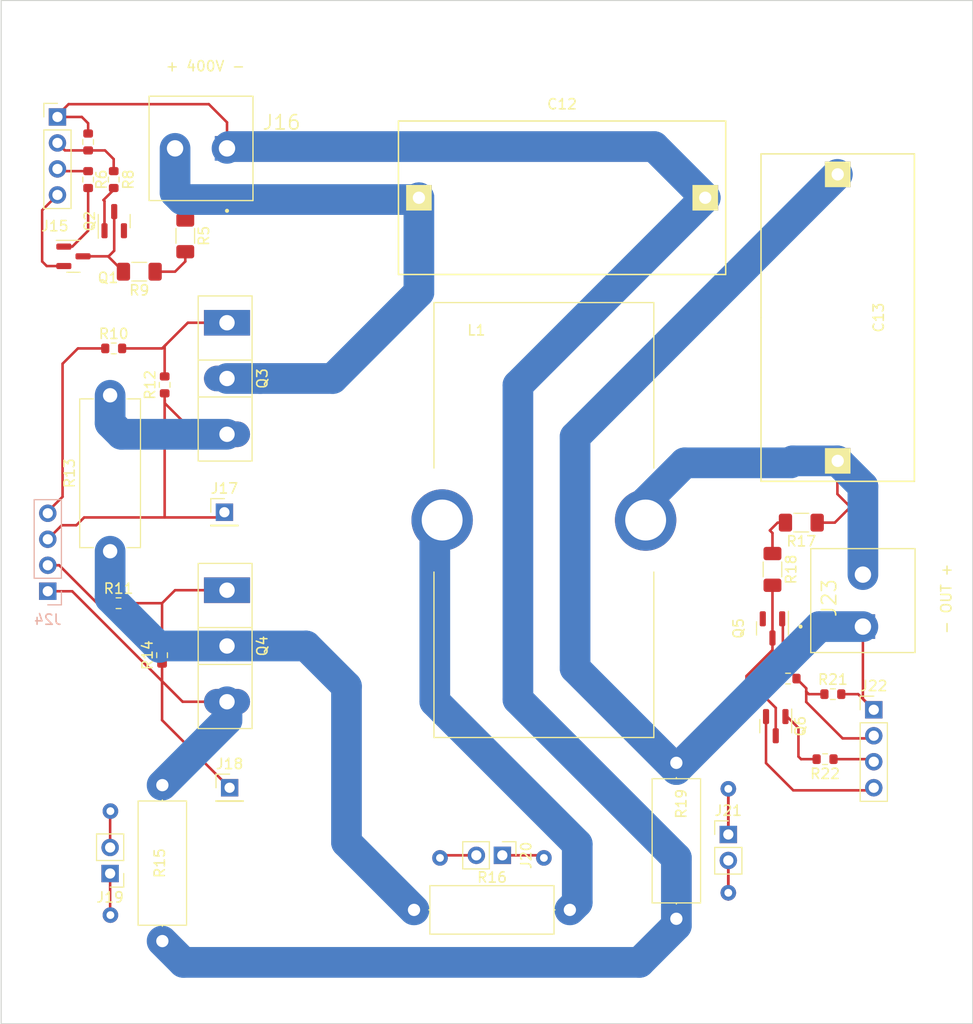
<source format=kicad_pcb>
(kicad_pcb (version 20221018) (generator pcbnew)
  (layers (0 "F.Cu" signal) (31 "B.Cu" signal) (34 "B.Paste" user) (35 "F.Paste" user) (36 "B.SilkS" user "B.Silkscreen") (37 "F.SilkS" user "F.Silkscreen") (38 "B.Mask" user) (39 "F.Mask" user) (44 "Edge.Cuts" user))
  (net 0 "")
  (net 1 "Out")
  (net 2 "Out_G")
  (net 3 "V400_IN")
  (net 4 "GND_P")
  (net 5 "Net-(L1-Pad1)")
  (net 6 "Net-(Q5-E)")
  (net 7 "Net-(Q5-B)")
  (net 8 "Net-(Q6-E)")
  (net 9 "Net-(J18-Pin_1)")
  (net 10 "Net-(J17-Pin_1)")
  (net 11 "Net-(J19-Pin_1)")
  (net 12 "Net-(J19-Pin_2)")
  (net 13 "Net-(J15-Pin_2)")
  (net 14 "Net-(J15-Pin_3)")
  (net 15 "Net-(J15-Pin_4)")
  (net 16 "Net-(J20-Pin_1)")
  (net 17 "Net-(J20-Pin_2)")
  (net 18 "Net-(J21-Pin_1)")
  (net 19 "Net-(J21-Pin_2)")
  (net 20 "Net-(J22-Pin_4)")
  (net 21 "Net-(J22-Pin_3)")
  (net 22 "Net-(J22-Pin_2)")
  (net 23 "Net-(J24-Pin_4)")
  (net 24 "Net-(J24-Pin_2)")
  (net 25 "Net-(Q1-E)")
  (net 26 "Net-(Q1-B)")
  (net 27 "Net-(Q2-E)")
  (net 29 "Net-(Q3-G)")
  (net 30 "Net-(Q4-G)")
  (net 31 "Net-(Q4-D)")
  (net 33 "Net-(R5-Pad2)")
  (net 34 "Net-(R17-Pad2)")
  (footprint "Resistor_SMD:R_1206_3216Metric_Pad1.30x1.75mm_HandSolder" (layer "F.Cu") (at 198 58 -90)
    (fp_text reference "R5" (at 0 -1.82 -270) (layer "F.SilkS"))
    (fp_text value "2.2M")
    (fp_line (start -0.727064 -0.91) (end 0.727064 -0.91) (stroke (width 0.12)) (layer "F.SilkS"))
    (fp_line (start -0.727064 0.91) (end 0.727064 0.91) (stroke (width 0.12)) (layer "F.SilkS"))
    (pad "1" smd roundrect (at -1.55 0 270) (size 1.3 1.75) (layers "F.Cu" "F.Paste" "F.Mask") (roundrect_rratio 0.1923076923) (net 3 "V400_IN"))
    (pad "2" smd roundrect (at 1.55 0 270) (size 1.3 1.75) (layers "F.Cu" "F.Paste" "F.Mask") (roundrect_rratio 0.1923076923) (net 33 "Net-(R5-Pad2)"))
  )
  (footprint "Connector_PinHeader_2.54mm:PinHeader_1x01_P2.54mm_Vertical" (layer "F.Cu") (at 202.334 111.934)
    (fp_text reference "J18" (at 0 -2.33) (layer "F.SilkS"))
    (fp_text value "Conn_01x01_Pin" hide)
    (fp_line (start -1.33 -1.33) (end 0 -1.33) (stroke (width 0.12)) (layer "F.SilkS"))
    (fp_line (start -1.33 0) (end -1.33 -1.33) (stroke (width 0.12)) (layer "F.SilkS"))
    (fp_line (start -1.33 1.27) (end -1.33 1.33) (stroke (width 0.12)) (layer "F.SilkS"))
    (fp_line (start -1.33 1.27) (end 1.33 1.27) (stroke (width 0.12)) (layer "F.SilkS"))
    (fp_line (start -1.33 1.33) (end 1.33 1.33) (stroke (width 0.12)) (layer "F.SilkS"))
    (fp_line (start 1.33 1.27) (end 1.33 1.33) (stroke (width 0.12)) (layer "F.SilkS"))
    (pad "1" thru_hole rect (at 0 0) (size 1.7 1.7) (drill 1) (layers "*.Cu" "*.Mask") (net 9 "Net-(J18-Pin_1)"))
  )
  (footprint "inverter:R_Shunt_Axial_DIN0414_L11.9mm_D4.5mm_P15.24mm_Horizontal" (layer "F.Cu") (at 195.7585 126.92 90)
    (fp_text reference "R15" (at 7.62 -0.2585 90) (layer "F.SilkS"))
    (fp_text value "0.01")
    (fp_line (start 1.44 0) (end 1.55 0) (stroke (width 0.12)) (layer "F.SilkS"))
    (fp_line (start 1.55 -2.37) (end 1.55 2.37) (stroke (width 0.12)) (layer "F.SilkS"))
    (fp_line (start 1.55 2.37) (end 13.69 2.37) (stroke (width 0.12)) (layer "F.SilkS"))
    (fp_line (start 13.69 -2.37) (end 1.55 -2.37) (stroke (width 0.12)) (layer "F.SilkS"))
    (fp_line (start 13.69 2.37) (end 13.69 -2.37) (stroke (width 0.12)) (layer "F.SilkS"))
    (fp_line (start 13.8 0) (end 13.69 0) (stroke (width 0.12)) (layer "F.SilkS"))
    (pad "1" thru_hole circle (at 0 0 90) (size 2.4 2.4) (drill 1.2) (layers "*.Cu" "*.Mask") (net 4 "GND_P"))
    (pad "2" thru_hole circle (at 2.54 -5.08 90) (size 1.524 1.524) (drill 0.762) (layers "*.Cu" "*.Mask") (net 11 "Net-(J19-Pin_1)"))
    (pad "3" thru_hole circle (at 12.7 -5.08 90) (size 1.524 1.524) (drill 0.762) (layers "*.Cu" "*.Mask") (net 12 "Net-(J19-Pin_2)"))
    (pad "4" thru_hole oval (at 15.24 0 90) (size 2.4 2.4) (drill 1.2) (layers "*.Cu" "*.Mask") (net 9 "Net-(J18-Pin_1)"))
  )
  (footprint "Resistor_SMD:R_0603_1608Metric" (layer "F.Cu") (at 256.944 101.266 180)
    (fp_text reference "R20" hide)
    (fp_text value "22K")
    (fp_line (start -0.237258 -0.5225) (end 0.237258 -0.5225) (stroke (width 0.12)) (layer "F.SilkS"))
    (fp_line (start -0.237258 0.5225) (end 0.237258 0.5225) (stroke (width 0.12)) (layer "F.SilkS"))
    (pad "1" smd roundrect (at -0.825 0 180) (size 0.8 0.95) (layers "F.Cu" "F.Paste" "F.Mask") (net 22 "Net-(J22-Pin_2)"))
    (pad "2" smd roundrect (at 0.825 0 180) (size 0.8 0.95) (layers "F.Cu" "F.Paste" "F.Mask") (net 6 "Net-(Q5-E)"))
  )
  (footprint "Package_TO_SOT_THT:TO-247-3_Vertical" (layer "F.Cu") (at 202.08 66.49 -90)
    (fp_text reference "Q3" (at 5.45 -3.45 -90) (layer "F.SilkS"))
    (fp_text value "C3M0120090D")
    (fp_line (start -2.62 -2.451) (end -2.62 2.82) (stroke (width 0.12)) (layer "F.SilkS"))
    (fp_line (start -2.62 -2.451) (end 13.52 -2.451) (stroke (width 0.12)) (layer "F.SilkS"))
    (fp_line (start -2.62 2.82) (end 13.52 2.82) (stroke (width 0.12)) (layer "F.SilkS"))
    (fp_line (start 3.646 -2.451) (end 3.646 2.82) (stroke (width 0.12)) (layer "F.SilkS"))
    (fp_line (start 7.255 -2.451) (end 7.255 2.82) (stroke (width 0.12)) (layer "F.SilkS"))
    (fp_line (start 13.52 -2.451) (end 13.52 2.82) (stroke (width 0.12)) (layer "F.SilkS"))
    (pad "1" thru_hole rect (at 0 0 270) (size 2.5 4.5) (drill 1.5) (layers "*.Cu" "*.Mask") (net 29 "Net-(Q3-G)"))
    (pad "2" thru_hole oval (at 5.45 0 270) (size 2.5 4.5) (drill 1.5) (layers "*.Cu" "*.Mask") (net 3 "V400_IN"))
    (pad "3" thru_hole oval (at 10.9 0 270) (size 2.5 4.5) (drill 1.5) (layers "*.Cu" "*.Mask") (net 10 "Net-(J17-Pin_1)"))
  )
  (footprint "Resistor_SMD:R_1206_3216Metric_Pad1.30x1.75mm_HandSolder" (layer "F.Cu") (at 193.5 61.5 180)
    (fp_text reference "R9" (at 0 -1.82) (layer "F.SilkS"))
    (fp_text value "2.2M")
    (fp_line (start -0.727064 -0.91) (end 0.727064 -0.91) (stroke (width 0.12)) (layer "F.SilkS"))
    (fp_line (start -0.727064 0.91) (end 0.727064 0.91) (stroke (width 0.12)) (layer "F.SilkS"))
    (pad "1" smd roundrect (at -1.55 0 180) (size 1.3 1.75) (layers "F.Cu" "F.Paste" "F.Mask") (roundrect_rratio 0.1923076923) (net 33 "Net-(R5-Pad2)"))
    (pad "2" smd roundrect (at 1.55 0 180) (size 1.3 1.75) (layers "F.Cu" "F.Paste" "F.Mask") (roundrect_rratio 0.1923076923) (net 26 "Net-(Q1-B)"))
  )
  (footprint "inverter:C_Rect_W15_L32_P27.5" (layer "F.Cu") (at 261.8 65.99 90)
    (fp_text reference "C13" (at 0 4 90) (layer "F.SilkS"))
    (fp_text value "2.2uF")
    (fp_line (start -16 -7.5) (end 0 -7.5) (stroke (width 0.15)) (layer "F.SilkS"))
    (fp_line (start -16 7.5) (end -16 -7.5) (stroke (width 0.15)) (layer "F.SilkS"))
    (fp_line (start 0 -7.5) (end 16 -7.5) (stroke (width 0.15)) (layer "F.SilkS"))
    (fp_line (start 16 -7.5) (end 16 7.5) (stroke (width 0.15)) (layer "F.SilkS"))
    (fp_line (start 16 7.5) (end -16 7.5) (stroke (width 0.15)) (layer "F.SilkS"))
    (pad "1" thru_hole rect (at -14 0 90) (size 2.5 2.5) (drill 1.2) (layers "*.Cu" "*.Mask" "F.SilkS") (net 1 "Out"))
    (pad "2" thru_hole rect (at 14 0 90) (size 2.5 2.5) (drill 1.2) (layers "*.Cu" "*.Mask" "F.SilkS") (net 2 "Out_G"))
  )
  (footprint "Package_TO_SOT_THT:TO-247-3_Vertical" (layer "F.Cu") (at 202.08 92.63 -90)
    (fp_text reference "Q4" (at 5.45 -3.45 -90) (layer "F.SilkS"))
    (fp_text value "C3M0120090D")
    (fp_line (start -2.62 -2.451) (end -2.62 2.82) (stroke (width 0.12)) (layer "F.SilkS"))
    (fp_line (start -2.62 -2.451) (end 13.52 -2.451) (stroke (width 0.12)) (layer "F.SilkS"))
    (fp_line (start -2.62 2.82) (end 13.52 2.82) (stroke (width 0.12)) (layer "F.SilkS"))
    (fp_line (start 3.646 -2.451) (end 3.646 2.82) (stroke (width 0.12)) (layer "F.SilkS"))
    (fp_line (start 7.255 -2.451) (end 7.255 2.82) (stroke (width 0.12)) (layer "F.SilkS"))
    (fp_line (start 13.52 -2.451) (end 13.52 2.82) (stroke (width 0.12)) (layer "F.SilkS"))
    (pad "1" thru_hole rect (at 0 0 270) (size 2.5 4.5) (drill 1.5) (layers "*.Cu" "*.Mask") (net 30 "Net-(Q4-G)"))
    (pad "2" thru_hole oval (at 5.45 0 270) (size 2.5 4.5) (drill 1.5) (layers "*.Cu" "*.Mask") (net 31 "Net-(Q4-D)"))
    (pad "3" thru_hole oval (at 10.9 0 270) (size 2.5 4.5) (drill 1.5) (layers "*.Cu" "*.Mask") (net 9 "Net-(J18-Pin_1)"))
  )
  (footprint "Package_TO_SOT_SMD:SOT-23" (layer "F.Cu") (at 255.74 105.9165 -90)
    (fp_text reference "Q6" (at 0 -2.4 90) (layer "F.SilkS"))
    (fp_text value "Q_NPN_ECB")
    (fp_line (start 0 -1.56) (end -1.675 -1.56) (stroke (width 0.12)) (layer "F.SilkS"))
    (fp_line (start 0 -1.56) (end 0.65 -1.56) (stroke (width 0.12)) (layer "F.SilkS"))
    (fp_line (start 0 1.56) (end -0.65 1.56) (stroke (width 0.12)) (layer "F.SilkS"))
    (fp_line (start 0 1.56) (end 0.65 1.56) (stroke (width 0.12)) (layer "F.SilkS"))
    (pad "1" smd roundrect (at -0.9375 -0.95 270) (size 1.475 0.6) (layers "F.Cu" "F.Paste" "F.Mask") (net 8 "Net-(Q6-E)"))
    (pad "2" smd roundrect (at -0.9375 0.95 270) (size 1.475 0.6) (layers "F.Cu" "F.Paste" "F.Mask") (net 20 "Net-(J22-Pin_4)"))
    (pad "3" smd roundrect (at 0.9375 0 270) (size 1.475 0.6) (layers "F.Cu" "F.Paste" "F.Mask") (net 7 "Net-(Q5-B)"))
  )
  (footprint "Resistor_SMD:R_0603_1608Metric" (layer "F.Cu") (at 191 69)
    (fp_text reference "R10" (at 0 -1.43) (layer "F.SilkS"))
    (fp_text value "10")
    (fp_line (start -0.237258 -0.5225) (end 0.237258 -0.5225) (stroke (width 0.12)) (layer "F.SilkS"))
    (fp_line (start -0.237258 0.5225) (end 0.237258 0.5225) (stroke (width 0.12)) (layer "F.SilkS"))
    (pad "1" smd roundrect (at -0.825 0) (size 0.8 0.95) (layers "F.Cu" "F.Paste" "F.Mask") (net 23 "Net-(J24-Pin_4)"))
    (pad "2" smd roundrect (at 0.825 0) (size 0.8 0.95) (layers "F.Cu" "F.Paste" "F.Mask") (net 29 "Net-(Q3-G)"))
  )
  (footprint "Connector_PinHeader_2.54mm:PinHeader_1x02_P2.54mm_Vertical" (layer "F.Cu") (at 190.65 120.316 180)
    (fp_text reference "J19" (at 0 -2.33) (layer "F.SilkS"))
    (fp_text value "Conn_01x02")
    (fp_line (start -1.33 -1.33) (end 0 -1.33) (stroke (width 0.12)) (layer "F.SilkS"))
    (fp_line (start -1.33 0) (end -1.33 -1.33) (stroke (width 0.12)) (layer "F.SilkS"))
    (fp_line (start -1.33 1.27) (end -1.33 3.87) (stroke (width 0.12)) (layer "F.SilkS"))
    (fp_line (start -1.33 1.27) (end 1.33 1.27) (stroke (width 0.12)) (layer "F.SilkS"))
    (fp_line (start -1.33 3.87) (end 1.33 3.87) (stroke (width 0.12)) (layer "F.SilkS"))
    (fp_line (start 1.33 1.27) (end 1.33 3.87) (stroke (width 0.12)) (layer "F.SilkS"))
    (pad "1" thru_hole rect (at 0 0 180) (size 1.7 1.7) (drill 1) (layers "*.Cu" "*.Mask") (net 11 "Net-(J19-Pin_1)"))
    (pad "2" thru_hole oval (at 0 2.54 180) (size 1.7 1.7) (drill 1) (layers "*.Cu" "*.Mask") (net 12 "Net-(J19-Pin_2)"))
  )
  (footprint "Resistor_SMD:R_1206_3216Metric_Pad1.30x1.75mm_HandSolder" (layer "F.Cu") (at 258.24 86.026 180)
    (fp_text reference "R17" (at 0 -1.82) (layer "F.SilkS"))
    (fp_text value "2.2M")
    (fp_line (start -0.727064 -0.91) (end 0.727064 -0.91) (stroke (width 0.12)) (layer "F.SilkS"))
    (fp_line (start -0.727064 0.91) (end 0.727064 0.91) (stroke (width 0.12)) (layer "F.SilkS"))
    (pad "1" smd roundrect (at -1.55 0 180) (size 1.3 1.75) (layers "F.Cu" "F.Paste" "F.Mask") (roundrect_rratio 0.1923076923) (net 1 "Out"))
    (pad "2" smd roundrect (at 1.55 0 180) (size 1.3 1.75) (layers "F.Cu" "F.Paste" "F.Mask") (roundrect_rratio 0.1923076923) (net 34 "Net-(R17-Pad2)"))
  )
  (footprint "Resistor_SMD:R_0603_1608Metric" (layer "F.Cu") (at 191.475 93.9)
    (fp_text reference "R11" (at 0 -1.43) (layer "F.SilkS"))
    (fp_text value "10")
    (fp_line (start -0.237258 -0.5225) (end 0.237258 -0.5225) (stroke (width 0.12)) (layer "F.SilkS"))
    (fp_line (start -0.237258 0.5225) (end 0.237258 0.5225) (stroke (width 0.12)) (layer "F.SilkS"))
    (pad "1" smd roundrect (at -0.825 0) (size 0.8 0.95) (layers "F.Cu" "F.Paste" "F.Mask") (net 24 "Net-(J24-Pin_2)"))
    (pad "2" smd roundrect (at 0.825 0) (size 0.8 0.95) (layers "F.Cu" "F.Paste" "F.Mask") (net 30 "Net-(Q4-G)"))
  )
  (footprint "snap_eda:CUI_TB004-508-P02BE" (layer "F.Cu") (at 202.08 49.45 180)
    (fp_text reference "J16" (at -5.334 2.54) (layer "F.SilkS") (effects (font (size 1.4 1.4))))
    (fp_text value "Conn_01x02_Socket" hide)
    (fp_line (start -2.54 -5.1) (end 7.62 -5.1) (stroke (width 0.127)) (layer "F.SilkS"))
    (fp_line (start -2.54 5.1) (end -2.54 -5.1) (stroke (width 0.127)) (layer "F.SilkS"))
    (fp_line (start 7.62 -5.1) (end 7.62 5.1) (stroke (width 0.127)) (layer "F.SilkS"))
    (fp_line (start 7.62 5.1) (end -2.54 5.1) (stroke (width 0.127)) (layer "F.SilkS"))
    (fp_circle (center 0 -6.1) (end 0.1 -6.1) (stroke (width 0.2)) (fill none) (layer "F.SilkS"))
    (pad "1" thru_hole rect (at 0 0 180) (size 2.4 2.4) (drill 1.6) (layers "*.Cu" "*.Mask") (net 4 "GND_P"))
    (pad "2" thru_hole circle (at 5.08 0 180) (size 2.4 2.4) (drill 1.6) (layers "*.Cu" "*.Mask") (net 3 "V400_IN"))
  )
  (footprint "Resistor_SMD:R_0603_1608Metric" (layer "F.Cu") (at 188.5 52.5 -90)
    (fp_text reference "R6" (at 0 -1.3 -270) (layer "F.SilkS"))
    (fp_text value "50")
    (fp_line (start -0.237258 -0.5225) (end 0.237258 -0.5225) (stroke (width 0.12)) (layer "F.SilkS"))
    (fp_line (start -0.237258 0.5225) (end 0.237258 0.5225) (stroke (width 0.12)) (layer "F.SilkS"))
    (pad "1" smd roundrect (at -0.825 0 270) (size 0.8 0.95) (layers "F.Cu" "F.Paste" "F.Mask") (net 14 "Net-(J15-Pin_3)"))
    (pad "2" smd roundrect (at 0.825 0 270) (size 0.8 0.95) (layers "F.Cu" "F.Paste" "F.Mask") (net 25 "Net-(Q1-E)"))
  )
  (footprint "Resistor_SMD:R_0603_1608Metric" (layer "F.Cu") (at 260.563 109.14 180)
    (fp_text reference "R22" (at 0 -1.43) (layer "F.SilkS"))
    (fp_text value "50")
    (fp_line (start -0.237258 -0.5225) (end 0.237258 -0.5225) (stroke (width 0.12)) (layer "F.SilkS"))
    (fp_line (start -0.237258 0.5225) (end 0.237258 0.5225) (stroke (width 0.12)) (layer "F.SilkS"))
    (pad "1" smd roundrect (at -0.825 0 180) (size 0.8 0.95) (layers "F.Cu" "F.Paste" "F.Mask") (net 21 "Net-(J22-Pin_3)"))
    (pad "2" smd roundrect (at 0.825 0 180) (size 0.8 0.95) (layers "F.Cu" "F.Paste" "F.Mask") (net 8 "Net-(Q6-E)"))
  )
  (footprint "Package_TO_SOT_SMD:SOT-23" (layer "F.Cu") (at 255.42 96.3615 -90)
    (fp_text reference "Q5" (at 0 3.32 90) (layer "F.SilkS"))
    (fp_text value "Q_NPN_ECB")
    (fp_line (start 0 -1.56) (end -1.675 -1.56) (stroke (width 0.12)) (layer "F.SilkS"))
    (fp_line (start 0 -1.56) (end 0.65 -1.56) (stroke (width 0.12)) (layer "F.SilkS"))
    (fp_line (start 0 1.56) (end -0.65 1.56) (stroke (width 0.12)) (layer "F.SilkS"))
    (fp_line (start 0 1.56) (end 0.65 1.56) (stroke (width 0.12)) (layer "F.SilkS"))
    (pad "1" smd roundrect (at -0.9375 -0.95 270) (size 1.475 0.6) (layers "F.Cu" "F.Paste" "F.Mask") (net 6 "Net-(Q5-E)"))
    (pad "2" smd roundrect (at -0.9375 0.95 270) (size 1.475 0.6) (layers "F.Cu" "F.Paste" "F.Mask"))
    (pad "3" smd roundrect (at 0.9375 0 270) (size 1.475 0.6) (layers "F.Cu" "F.Paste" "F.Mask") (net 7 "Net-(Q5-B)"))
  )
  (footprint "snap_eda:Toroid-44-22" (layer "F.Cu") (at 233.068 85.772)
    (fp_text reference "L1" (at -6.604 -18.542) (layer "F.SilkS"))
    (fp_text value "L")
    (fp_line (start -10.75 -21.25) (end 10.75 -21.25) (stroke (width 0.127)) (layer "F.SilkS"))
    (fp_line (start -10.75 -5.08) (end -10.75 -21.25) (stroke (width 0.127)) (layer "F.SilkS"))
    (fp_line (start -10.75 21.25) (end -10.75 5.08) (stroke (width 0.127)) (layer "F.SilkS"))
    (fp_line (start 10.75 -21.25) (end 10.75 -5.08) (stroke (width 0.127)) (layer "F.SilkS"))
    (fp_line (start 10.75 21.25) (end -10.75 21.25) (stroke (width 0.127)) (layer "F.SilkS"))
    (fp_line (start 10.75 21.25) (end 10.75 5.08) (stroke (width 0.127)) (layer "F.SilkS"))
    (pad "1" thru_hole circle (at -9.95 0) (size 6 6) (drill 4) (layers "*.Cu" "*.Mask") (net 5 "Net-(L1-Pad1)"))
    (pad "2" thru_hole circle (at 9.95 0) (size 6 6) (drill 4) (layers "*.Cu" "*.Mask") (net 1 "Out"))
  )
  (footprint "Resistor_SMD:R_1206_3216Metric_Pad1.30x1.75mm_HandSolder" (layer "F.Cu") (at 255.42 90.598 -90)
    (fp_text reference "R18" (at 0 -1.82 90) (layer "F.SilkS"))
    (fp_text value "2.2M")
    (fp_line (start -0.727064 -0.91) (end 0.727064 -0.91) (stroke (width 0.12)) (layer "F.SilkS"))
    (fp_line (start -0.727064 0.91) (end 0.727064 0.91) (stroke (width 0.12)) (layer "F.SilkS"))
    (pad "1" smd roundrect (at -1.55 0 270) (size 1.3 1.75) (layers "F.Cu" "F.Paste" "F.Mask") (roundrect_rratio 0.1923076923) (net 34 "Net-(R17-Pad2)"))
    (pad "2" smd roundrect (at 1.55 0 270) (size 1.3 1.75) (layers "F.Cu" "F.Paste" "F.Mask") (roundrect_rratio 0.1923076923) (net 7 "Net-(Q5-B)"))
  )
  (footprint "inverter:R_Shunt_Axial_DIN0414_L11.9mm_D4.5mm_P15.24mm_Horizontal" (layer "F.Cu") (at 220.368 123.872)
    (fp_text reference "R16" (at 7.632 -3.172) (layer "F.SilkS"))
    (fp_text value "0.01")
    (fp_line (start 1.44 0) (end 1.55 0) (stroke (width 0.12)) (layer "F.SilkS"))
    (fp_line (start 1.55 -2.37) (end 1.55 2.37) (stroke (width 0.12)) (layer "F.SilkS"))
    (fp_line (start 1.55 2.37) (end 13.69 2.37) (stroke (width 0.12)) (layer "F.SilkS"))
    (fp_line (start 13.69 -2.37) (end 1.55 -2.37) (stroke (width 0.12)) (layer "F.SilkS"))
    (fp_line (start 13.69 2.37) (end 13.69 -2.37) (stroke (width 0.12)) (layer "F.SilkS"))
    (fp_line (start 13.8 0) (end 13.69 0) (stroke (width 0.12)) (layer "F.SilkS"))
    (pad "1" thru_hole circle (at 0 0) (size 2.4 2.4) (drill 1.2) (layers "*.Cu" "*.Mask") (net 31 "Net-(Q4-D)"))
    (pad "2" thru_hole circle (at 2.54 -5.08) (size 1.524 1.524) (drill 0.762) (layers "*.Cu" "*.Mask") (net 17 "Net-(J20-Pin_2)"))
    (pad "3" thru_hole circle (at 12.7 -5.08) (size 1.524 1.524) (drill 0.762) (layers "*.Cu" "*.Mask") (net 16 "Net-(J20-Pin_1)"))
    (pad "4" thru_hole oval (at 15.24 0) (size 2.4 2.4) (drill 1.2) (layers "*.Cu" "*.Mask") (net 5 "Net-(L1-Pad1)"))
  )
  (footprint "Package_TO_SOT_SMD:SOT-23" (layer "F.Cu") (at 187.0625 60)
    (fp_text reference "Q1" (at 3.3805 2.098) (layer "F.SilkS"))
    (fp_text value "Q_NPN_ECB" hide)
    (fp_line (start 0 -1.56) (end -1.675 -1.56) (stroke (width 0.12)) (layer "F.SilkS"))
    (fp_line (start 0 -1.56) (end 0.65 -1.56) (stroke (width 0.12)) (layer "F.SilkS"))
    (fp_line (start 0 1.56) (end -0.65 1.56) (stroke (width 0.12)) (layer "F.SilkS"))
    (fp_line (start 0 1.56) (end 0.65 1.56) (stroke (width 0.12)) (layer "F.SilkS"))
    (pad "1" smd roundrect (at -0.9375 -0.95) (size 1.475 0.6) (layers "F.Cu" "F.Paste" "F.Mask") (net 25 "Net-(Q1-E)"))
    (pad "2" smd roundrect (at -0.9375 0.95) (size 1.475 0.6) (layers "F.Cu" "F.Paste" "F.Mask") (net 15 "Net-(J15-Pin_4)"))
    (pad "3" smd roundrect (at 0.9375 0) (size 1.475 0.6) (layers "F.Cu" "F.Paste" "F.Mask") (net 26 "Net-(Q1-B)"))
  )
  (footprint "Resistor_SMD:R_0603_1608Metric" (layer "F.Cu") (at 195.984 72.564 90)
    (fp_text reference "R12" (at 0 -1.43 90) (layer "F.SilkS"))
    (fp_text value "1K")
    (fp_line (start -0.237258 -0.5225) (end 0.237258 -0.5225) (stroke (width 0.12)) (layer "F.SilkS"))
    (fp_line (start -0.237258 0.5225) (end 0.237258 0.5225) (stroke (width 0.12)) (layer "F.SilkS"))
    (pad "1" smd roundrect (at -0.825 0 90) (size 0.8 0.95) (layers "F.Cu" "F.Paste" "F.Mask") (net 10 "Net-(J17-Pin_1)"))
    (pad "2" smd roundrect (at 0.825 0 90) (size 0.8 0.95) (layers "F.Cu" "F.Paste" "F.Mask") (net 29 "Net-(Q3-G)"))
  )
  (footprint "Resistor_SMD:R_0603_1608Metric" (layer "F.Cu") (at 261.325 102.79)
    (fp_text reference "R21" (at 0 -1.43) (layer "F.SilkS"))
    (fp_text value "22K")
    (fp_line (start -0.237258 -0.5225) (end 0.237258 -0.5225) (stroke (width 0.12)) (layer "F.SilkS"))
    (fp_line (start -0.237258 0.5225) (end 0.237258 0.5225) (stroke (width 0.12)) (layer "F.SilkS"))
    (pad "1" smd roundrect (at -0.825 0) (size 0.8 0.95) (layers "F.Cu" "F.Paste" "F.Mask") (net 22 "Net-(J22-Pin_2)"))
    (pad "2" smd roundrect (at 0.825 0) (size 0.8 0.95) (layers "F.Cu" "F.Paste" "F.Mask") (net 2 "Out_G"))
  )
  (footprint "Connector_PinHeader_2.54mm:PinHeader_1x04_P2.54mm_Vertical" (layer "F.Cu") (at 265.326 104.314)
    (fp_text reference "J22" (at 0 -2.33) (layer "F.SilkS"))
    (fp_text value "Conn_01x04" hide)
    (fp_line (start -1.33 -1.33) (end 0 -1.33) (stroke (width 0.12)) (layer "F.SilkS"))
    (fp_line (start -1.33 0) (end -1.33 -1.33) (stroke (width 0.12)) (layer "F.SilkS"))
    (fp_line (start -1.33 1.27) (end -1.33 8.95) (stroke (width 0.12)) (layer "F.SilkS"))
    (fp_line (start -1.33 1.27) (end 1.33 1.27) (stroke (width 0.12)) (layer "F.SilkS"))
    (fp_line (start -1.33 8.95) (end 1.33 8.95) (stroke (width 0.12)) (layer "F.SilkS"))
    (fp_line (start 1.33 1.27) (end 1.33 8.95) (stroke (width 0.12)) (layer "F.SilkS"))
    (pad "1" thru_hole rect (at 0 0) (size 1.7 1.7) (drill 1) (layers "*.Cu" "*.Mask") (net 2 "Out_G"))
    (pad "2" thru_hole oval (at 0 2.54) (size 1.7 1.7) (drill 1) (layers "*.Cu" "*.Mask") (net 22 "Net-(J22-Pin_2)"))
    (pad "3" thru_hole oval (at 0 5.08) (size 1.7 1.7) (drill 1) (layers "*.Cu" "*.Mask") (net 21 "Net-(J22-Pin_3)"))
    (pad "4" thru_hole oval (at 0 7.62) (size 1.7 1.7) (drill 1) (layers "*.Cu" "*.Mask") (net 20 "Net-(J22-Pin_4)"))
  )
  (footprint "Resistor_SMD:R_0603_1608Metric" (layer "F.Cu") (at 188.5 48.825 90)
    (fp_text reference "R7" hide)
    (fp_text value "22K")
    (fp_line (start -0.237258 -0.5225) (end 0.237258 -0.5225) (stroke (width 0.12)) (layer "F.SilkS"))
    (fp_line (start -0.237258 0.5225) (end 0.237258 0.5225) (stroke (width 0.12)) (layer "F.SilkS"))
    (pad "1" smd roundrect (at -0.825 0 90) (size 0.8 0.95) (layers "F.Cu" "F.Paste" "F.Mask") (net 13 "Net-(J15-Pin_2)"))
    (pad "2" smd roundrect (at 0.825 0 90) (size 0.8 0.95) (layers "F.Cu" "F.Paste" "F.Mask") (net 4 "GND_P"))
  )
  (footprint "inverter:C_Rect_W15_L32_P27.5" (layer "F.Cu") (at 234.846 54.276)
    (fp_text reference "C12" (at 0 -9.144) (layer "F.SilkS"))
    (fp_text value "2.2u")
    (fp_line (start -16 -7.5) (end 0 -7.5) (stroke (width 0.15)) (layer "F.SilkS"))
    (fp_line (start -16 7.5) (end -16 -7.5) (stroke (width 0.15)) (layer "F.SilkS"))
    (fp_line (start 0 -7.5) (end 16 -7.5) (stroke (width 0.15)) (layer "F.SilkS"))
    (fp_line (start 16 -7.5) (end 16 7.5) (stroke (width 0.15)) (layer "F.SilkS"))
    (fp_line (start 16 7.5) (end -16 7.5) (stroke (width 0.15)) (layer "F.SilkS"))
    (pad "1" thru_hole rect (at -14 0) (size 2.5 2.5) (drill 1.2) (layers "*.Cu" "*.Mask" "F.SilkS") (net 3 "V400_IN"))
    (pad "2" thru_hole rect (at 14 0) (size 2.5 2.5) (drill 1.2) (layers "*.Cu" "*.Mask" "F.SilkS") (net 4 "GND_P"))
  )
  (footprint "Connector_PinHeader_2.54mm:PinHeader_1x04_P2.54mm_Vertical" (layer "F.Cu") (at 185.5 46.38)
    (fp_text reference "J15" (at -0.254 10.668) (layer "F.SilkS"))
    (fp_text value "Conn_01x04" hide)
    (fp_line (start -1.33 -1.33) (end 0 -1.33) (stroke (width 0.12)) (layer "F.SilkS"))
    (fp_line (start -1.33 0) (end -1.33 -1.33) (stroke (width 0.12)) (layer "F.SilkS"))
    (fp_line (start -1.33 1.27) (end -1.33 8.95) (stroke (width 0.12)) (layer "F.SilkS"))
    (fp_line (start -1.33 1.27) (end 1.33 1.27) (stroke (width 0.12)) (layer "F.SilkS"))
    (fp_line (start -1.33 8.95) (end 1.33 8.95) (stroke (width 0.12)) (layer "F.SilkS"))
    (fp_line (start 1.33 1.27) (end 1.33 8.95) (stroke (width 0.12)) (layer "F.SilkS"))
    (pad "1" thru_hole rect (at 0 0) (size 1.7 1.7) (drill 1) (layers "*.Cu" "*.Mask") (net 4 "GND_P"))
    (pad "2" thru_hole oval (at 0 2.54) (size 1.7 1.7) (drill 1) (layers "*.Cu" "*.Mask") (net 13 "Net-(J15-Pin_2)"))
    (pad "3" thru_hole oval (at 0 5.08) (size 1.7 1.7) (drill 1) (layers "*.Cu" "*.Mask") (net 14 "Net-(J15-Pin_3)"))
    (pad "4" thru_hole oval (at 0 7.62) (size 1.7 1.7) (drill 1) (layers "*.Cu" "*.Mask") (net 15 "Net-(J15-Pin_4)"))
  )
  (footprint "Connector_PinHeader_2.54mm:PinHeader_1x01_P2.54mm_Vertical" (layer "F.Cu") (at 201.826 85.01)
    (fp_text reference "J17" (at 0 -2.33) (layer "F.SilkS"))
    (fp_text value "Conn_01x01_Pin" hide)
    (fp_line (start -1.33 -1.33) (end 0 -1.33) (stroke (width 0.12)) (layer "F.SilkS"))
    (fp_line (start -1.33 0) (end -1.33 -1.33) (stroke (width 0.12)) (layer "F.SilkS"))
    (fp_line (start -1.33 1.27) (end -1.33 1.33) (stroke (width 0.12)) (layer "F.SilkS"))
    (fp_line (start -1.33 1.27) (end 1.33 1.27) (stroke (width 0.12)) (layer "F.SilkS"))
    (fp_line (start -1.33 1.33) (end 1.33 1.33) (stroke (width 0.12)) (layer "F.SilkS"))
    (fp_line (start 1.33 1.27) (end 1.33 1.33) (stroke (width 0.12)) (layer "F.SilkS"))
    (pad "1" thru_hole rect (at 0 0) (size 1.7 1.7) (drill 1) (layers "*.Cu" "*.Mask") (net 10 "Net-(J17-Pin_1)"))
  )
  (footprint "snap_eda:CUI_TB004-508-P02BE" (layer "F.Cu") (at 264.2645 96.186 90)
    (fp_text reference "J23" (at 2.794 -3.302 90) (layer "F.SilkS") (effects (font (size 1.4 1.4))))
    (fp_text value "Conn_01x02_Socket" hide)
    (fp_line (start -2.54 -5.1) (end 7.62 -5.1) (stroke (width 0.127)) (layer "F.SilkS"))
    (fp_line (start -2.54 5.1) (end -2.54 -5.1) (stroke (width 0.127)) (layer "F.SilkS"))
    (fp_line (start 7.62 -5.1) (end 7.62 5.1) (stroke (width 0.127)) (layer "F.SilkS"))
    (fp_line (start 7.62 5.1) (end -2.54 5.1) (stroke (width 0.127)) (layer "F.SilkS"))
    (fp_circle (center 0 -6.1) (end 0.1 -6.1) (stroke (width 0.2)) (fill none) (layer "F.SilkS"))
    (pad "1" thru_hole rect (at 0 0 90) (size 2.4 2.4) (drill 1.6) (layers "*.Cu" "*.Mask") (net 2 "Out_G"))
    (pad "2" thru_hole circle (at 5.08 0 90) (size 2.4 2.4) (drill 1.6) (layers "*.Cu" "*.Mask") (net 1 "Out"))
  )
  (footprint "Connector_PinHeader_2.54mm:PinHeader_1x02_P2.54mm_Vertical" (layer "F.Cu") (at 251.102 116.5)
    (fp_text reference "J21" (at 0 -2.33) (layer "F.SilkS"))
    (fp_text value "Conn_01x02" hide)
    (fp_line (start -1.33 -1.33) (end 0 -1.33) (stroke (width 0.12)) (layer "F.SilkS"))
    (fp_line (start -1.33 0) (end -1.33 -1.33) (stroke (width 0.12)) (layer "F.SilkS"))
    (fp_line (start -1.33 1.27) (end -1.33 3.87) (stroke (width 0.12)) (layer "F.SilkS"))
    (fp_line (start -1.33 1.27) (end 1.33 1.27) (stroke (width 0.12)) (layer "F.SilkS"))
    (fp_line (start -1.33 3.87) (end 1.33 3.87) (stroke (width 0.12)) (layer "F.SilkS"))
    (fp_line (start 1.33 1.27) (end 1.33 3.87) (stroke (width 0.12)) (layer "F.SilkS"))
    (pad "1" thru_hole rect (at 0 0) (size 1.7 1.7) (drill 1) (layers "*.Cu" "*.Mask") (net 18 "Net-(J21-Pin_1)"))
    (pad "2" thru_hole oval (at 0 2.54) (size 1.7 1.7) (drill 1) (layers "*.Cu" "*.Mask") (net 19 "Net-(J21-Pin_2)"))
  )
  (footprint "Resistor_SMD:R_0603_1608Metric" (layer "F.Cu") (at 195.73 98.98 90)
    (fp_text reference "R14" (at 0 -1.43 90) (layer "F.SilkS"))
    (fp_text value "1K")
    (fp_line (start -0.237258 -0.5225) (end 0.237258 -0.5225) (stroke (width 0.12)) (layer "F.SilkS"))
    (fp_line (start -0.237258 0.5225) (end 0.237258 0.5225) (stroke (width 0.12)) (layer "F.SilkS"))
    (pad "1" smd roundrect (at -0.825 0 90) (size 0.8 0.95) (layers "F.Cu" "F.Paste" "F.Mask") (net 9 "Net-(J18-Pin_1)"))
    (pad "2" smd roundrect (at 0.825 0 90) (size 0.8 0.95) (layers "F.Cu" "F.Paste" "F.Mask") (net 30 "Net-(Q4-G)"))
  )
  (footprint "Package_TO_SOT_SMD:SOT-23" (layer "F.Cu") (at 191.05 56.5625 90)
    (fp_text reference "Q2" (at 0 -2.4 90) (layer "F.SilkS"))
    (fp_text value "Q_NPN_ECB" hide)
    (fp_line (start 0 -1.56) (end -1.675 -1.56) (stroke (width 0.12)) (layer "F.SilkS"))
    (fp_line (start 0 -1.56) (end 0.65 -1.56) (stroke (width 0.12)) (layer "F.SilkS"))
    (fp_line (start 0 1.56) (end -0.65 1.56) (stroke (width 0.12)) (layer "F.SilkS"))
    (fp_line (start 0 1.56) (end 0.65 1.56) (stroke (width 0.12)) (layer "F.SilkS"))
    (pad "1" smd roundrect (at -0.9375 -0.95 90) (size 1.475 0.6) (layers "F.Cu" "F.Paste" "F.Mask") (net 27 "Net-(Q2-E)"))
    (pad "2" smd roundrect (at -0.9375 0.95 90) (size 1.475 0.6) (layers "F.Cu" "F.Paste" "F.Mask"))
    (pad "3" smd roundrect (at 0.9375 0 90) (size 1.475 0.6) (layers "F.Cu" "F.Paste" "F.Mask") (net 26 "Net-(Q1-B)"))
  )
  (footprint "Resistor_THT:R_Axial_DIN0614_L14.3mm_D5.7mm_P15.24mm_Horizontal" (layer "F.Cu") (at 190.65 88.82 90)
    (fp_text reference "R13" (at 7.62 -3.97 90) (layer "F.SilkS"))
    (fp_text value "R")
    (fp_line (start 0.35 -2.97) (end 14.89 -2.97) (stroke (width 0.12)) (layer "F.SilkS"))
    (fp_line (start 0.35 -1.64) (end 0.35 -2.97) (stroke (width 0.12)) (layer "F.SilkS"))
    (fp_line (start 0.35 1.64) (end 0.35 2.97) (stroke (width 0.12)) (layer "F.SilkS"))
    (fp_line (start 0.35 2.97) (end 14.89 2.97) (stroke (width 0.12)) (layer "F.SilkS"))
    (fp_line (start 14.89 -2.97) (end 14.89 -1.64) (stroke (width 0.12)) (layer "F.SilkS"))
    (fp_line (start 14.89 2.97) (end 14.89 1.64) (stroke (width 0.12)) (layer "F.SilkS"))
    (pad "1" thru_hole circle (at 0 0 90) (size 2.8 2.8) (drill 1.4) (layers "*.Cu" "*.Mask") (net 31 "Net-(Q4-D)"))
    (pad "2" thru_hole oval (at 15.24 0 90) (size 2.8 2.8) (drill 1.4) (layers "*.Cu" "*.Mask") (net 10 "Net-(J17-Pin_1)"))
  )
  (footprint "Resistor_SMD:R_0603_1608Metric" (layer "F.Cu") (at 191 52.5 -90)
    (fp_text reference "R8" (at 0 -1.43 90) (layer "F.SilkS"))
    (fp_text value "22K")
    (fp_line (start -0.237258 -0.5225) (end 0.237258 -0.5225) (stroke (width 0.12)) (layer "F.SilkS"))
    (fp_line (start -0.237258 0.5225) (end 0.237258 0.5225) (stroke (width 0.12)) (layer "F.SilkS"))
    (pad "1" smd roundrect (at -0.825 0 270) (size 0.8 0.95) (layers "F.Cu" "F.Paste" "F.Mask") (net 13 "Net-(J15-Pin_2)"))
    (pad "2" smd roundrect (at 0.825 0 270) (size 0.8 0.95) (layers "F.Cu" "F.Paste" "F.Mask") (net 27 "Net-(Q2-E)"))
  )
  (footprint "inverter:R_Shunt_Axial_DIN0414_L11.9mm_D4.5mm_P15.24mm_Horizontal" (layer "F.Cu") (at 246.022 109.5 -90)
    (fp_text reference "R19" (at 4 -0.478 90) (layer "F.SilkS"))
    (fp_text value "0.01")
    (fp_line (start 1.44 0) (end 1.55 0) (stroke (width 0.12)) (layer "F.SilkS"))
    (fp_line (start 1.55 -2.37) (end 1.55 2.37) (stroke (width 0.12)) (layer "F.SilkS"))
    (fp_line (start 1.55 2.37) (end 13.69 2.37) (stroke (width 0.12)) (layer "F.SilkS"))
    (fp_line (start 13.69 -2.37) (end 1.55 -2.37) (stroke (width 0.12)) (layer "F.SilkS"))
    (fp_line (start 13.69 2.37) (end 13.69 -2.37) (stroke (width 0.12)) (layer "F.SilkS"))
    (fp_line (start 13.8 0) (end 13.69 0) (stroke (width 0.12)) (layer "F.SilkS"))
    (pad "1" thru_hole circle (at 0 0 270) (size 2.4 2.4) (drill 1.2) (layers "*.Cu" "*.Mask") (net 2 "Out_G"))
    (pad "2" thru_hole circle (at 2.54 -5.08 270) (size 1.524 1.524) (drill 0.762) (layers "*.Cu" "*.Mask") (net 18 "Net-(J21-Pin_1)"))
    (pad "3" thru_hole circle (at 12.7 -5.08 270) (size 1.524 1.524) (drill 0.762) (layers "*.Cu" "*.Mask") (net 19 "Net-(J21-Pin_2)"))
    (pad "4" thru_hole oval (at 15.24 0 270) (size 2.4 2.4) (drill 1.2) (layers "*.Cu" "*.Mask") (net 4 "GND_P"))
  )
  (footprint "Connector_PinHeader_2.54mm:PinHeader_1x02_P2.54mm_Vertical" (layer "F.Cu") (at 229.004 118.538 -90)
    (fp_text reference "J20" (at 0 -2.33 90) (layer "F.SilkS"))
    (fp_text value "Conn_01x02" hide)
    (fp_line (start -1.33 -1.33) (end 0 -1.33) (stroke (width 0.12)) (layer "F.SilkS"))
    (fp_line (start -1.33 0) (end -1.33 -1.33) (stroke (width 0.12)) (layer "F.SilkS"))
    (fp_line (start -1.33 1.27) (end -1.33 3.87) (stroke (width 0.12)) (layer "F.SilkS"))
    (fp_line (start -1.33 1.27) (end 1.33 1.27) (stroke (width 0.12)) (layer "F.SilkS"))
    (fp_line (start -1.33 3.87) (end 1.33 3.87) (stroke (width 0.12)) (layer "F.SilkS"))
    (fp_line (start 1.33 1.27) (end 1.33 3.87) (stroke (width 0.12)) (layer "F.SilkS"))
    (pad "1" thru_hole rect (at 0 0 270) (size 1.7 1.7) (drill 1) (layers "*.Cu" "*.Mask") (net 16 "Net-(J20-Pin_1)"))
    (pad "2" thru_hole oval (at 0 2.54 270) (size 1.7 1.7) (drill 1) (layers "*.Cu" "*.Mask") (net 17 "Net-(J20-Pin_2)"))
  )
  (footprint "Connector_PinSocket_2.54mm:PinSocket_1x04_P2.54mm_Vertical" (layer "B.Cu") (at 184.554 92.7316)
    (fp_text reference "J24" (at 0 2.77 180) (layer "B.SilkS") (effects (justify mirror)))
    (fp_text value "Conn_01x04")
    (fp_line (start -1.33 -8.95) (end 1.33 -8.95) (stroke (width 0.12)) (layer "B.SilkS"))
    (fp_line (start -1.33 -1.27) (end -1.33 -8.95) (stroke (width 0.12)) (layer "B.SilkS"))
    (fp_line (start -1.33 -1.27) (end 1.33 -1.27) (stroke (width 0.12)) (layer "B.SilkS"))
    (fp_line (start 0 1.33) (end 1.33 1.33) (stroke (width 0.12)) (layer "B.SilkS"))
    (fp_line (start 1.33 -1.27) (end 1.33 -8.95) (stroke (width 0.12)) (layer "B.SilkS"))
    (fp_line (start 1.33 1.33) (end 1.33 0) (stroke (width 0.12)) (layer "B.SilkS"))
    (pad "1" thru_hole rect (at 0 0) (size 1.7 1.7) (drill 1) (layers "*.Cu" "*.Mask") (net 9 "Net-(J18-Pin_1)"))
    (pad "2" thru_hole oval (at 0 -2.54) (size 1.7 1.7) (drill 1) (layers "*.Cu" "*.Mask") (net 24 "Net-(J24-Pin_2)"))
    (pad "3" thru_hole oval (at 0 -5.08) (size 1.7 1.7) (drill 1) (layers "*.Cu" "*.Mask") (net 10 "Net-(J17-Pin_1)"))
    (pad "4" thru_hole oval (at 0 -7.62) (size 1.7 1.7) (drill 1) (layers "*.Cu" "*.Mask") (net 23 "Net-(J24-Pin_4)"))
  )
  (gr_line (start 275 35) (end 275 135) (stroke (width 0.1)) (layer "Edge.Cuts"))
  (gr_line (start 180 135) (end 180 35) (stroke (width 0.1)) (layer "Edge.Cuts"))
  (gr_line (start 275 135) (end 180 135) (stroke (width 0.1)) (layer "Edge.Cuts"))
  (gr_line (start 180 35) (end 275 35) (stroke (width 0.1)) (layer "Edge.Cuts"))
  (gr_text "- OUT +" (at 273 97 90) (layer "F.SilkS") (effects (font (size 1 1)) (justify left bottom)))
  (gr_text "+ 400V -" (at 196 42) (layer "F.SilkS") (effects (font (size 1 1)) (justify left bottom)))
  (segment (start 261.77 83.232) (end 261.77 79.99) (width 0.25) (layer "F.Cu") (net 1))
  (segment (start 259.79 86.026) (end 261.516 86.026) (width 0.25) (layer "F.Cu") (net 1))
  (segment (start 263.04 84.502) (end 261.77 83.232) (width 0.25) (layer "F.Cu") (net 1))
  (segment (start 261.516 86.026) (end 263.04 84.502) (width 0.25) (layer "F.Cu") (net 1))
  (segment (start 257.392 79.99) (end 261.77 79.99) (width 3) (layer "B.Cu") (net 1))
  (segment (start 243.018 83.994) (end 246.828 80.184) (width 3) (layer "B.Cu") (net 1))
  (segment (start 257.198 80.184) (end 257.392 79.99) (width 3) (layer "B.Cu") (net 1))
  (segment (start 264.2645 91.106) (end 264.2645 82.4845) (width 3) (layer "B.Cu") (net 1))
  (segment (start 246.828 80.184) (end 257.198 80.184) (width 3) (layer "B.Cu") (net 1))
  (segment (start 243.018 85.772) (end 243.018 83.994) (width 3) (layer "B.Cu") (net 1))
  (segment (start 264.2645 82.4845) (end 261.77 79.99) (width 3) (layer "B.Cu") (net 1))
  (segment (start 264.2645 96.186) (end 264.2645 103.2525) (width 0.25) (layer "F.Cu") (net 2))
  (segment (start 262.15 102.79) (end 263.802 102.79) (width 0.25) (layer "F.Cu") (net 2))
  (segment (start 264.2645 103.2525) (end 265.326 104.314) (width 0.25) (layer "F.Cu") (net 2))
  (segment (start 263.802 102.79) (end 265.326 104.314) (width 0.25) (layer "F.Cu") (net 2))
  (segment (start 246.022 110.156) (end 236.116 100.25) (width 3) (layer "B.Cu") (net 2))
  (segment (start 236.116 100.25) (end 236.116 77.644) (width 3) (layer "B.Cu") (net 2))
  (segment (start 246.022 110.156) (end 259.992 96.186) (width 3) (layer "B.Cu") (net 2))
  (segment (start 236.116 77.644) (end 261.77 51.99) (width 3) (layer "B.Cu") (net 2))
  (segment (start 259.992 96.186) (end 264.2645 96.186) (width 3) (layer "B.Cu") (net 2))
  (segment (start 197 55.45) (end 198 56.45) (width 0.25) (layer "F.Cu") (net 3))
  (segment (start 197 49.45) (end 197 55.45) (width 0.25) (layer "F.Cu") (net 3))
  (segment (start 220.672 54.45) (end 220.846 54.276) (width 3) (layer "B.Cu") (net 3))
  (segment (start 212.42 71.94) (end 205.33 71.94) (width 3) (layer "B.Cu") (net 3))
  (segment (start 220.846 63.514) (end 212.42 71.94) (width 3) (layer "B.Cu") (net 3))
  (segment (start 220.846 54.276) (end 220.846 63.514) (width 3) (layer "B.Cu") (net 3))
  (segment (start 197.68 54.45) (end 220.672 54.45) (width 3) (layer "B.Cu") (net 3))
  (segment (start 205.33 71.94) (end 202.08 71.94) (width 3) (layer "B.Cu") (net 3))
  (segment (start 197 53.77) (end 197.68 54.45) (width 3) (layer "B.Cu") (net 3))
  (segment (start 197 49.45) (end 197 53.77) (width 3) (layer "B.Cu") (net 3))
  (segment (start 188.5 48) (end 188.5 47) (width 0.25) (layer "F.Cu") (net 4))
  (segment (start 186.586 45.132) (end 200.302 45.132) (width 0.25) (layer "F.Cu") (net 4))
  (segment (start 185.57 46.148) (end 186.586 45.132) (width 0.25) (layer "F.Cu") (net 4))
  (segment (start 188.5 47) (end 187.88 46.38) (width 0.25) (layer "F.Cu") (net 4))
  (segment (start 200.302 45.132) (end 202.08 46.91) (width 0.25) (layer "F.Cu") (net 4))
  (segment (start 202.08 46.91) (end 202.08 49.45) (width 0.25) (layer "F.Cu") (net 4))
  (segment (start 187.88 46.38) (end 185.5 46.38) (width 0.25) (layer "F.Cu") (net 4))
  (segment (start 243.846 49.276) (end 202.254 49.276) (width 3) (layer "B.Cu") (net 4))
  (segment (start 195.73 126.92) (end 197.81 129) (width 3) (layer "B.Cu") (net 4))
  (segment (start 230.528 72.594) (end 248.846 54.276) (width 3) (layer "B.Cu") (net 4))
  (segment (start 202.254 49.276) (end 202.08 49.45) (width 3) (layer "B.Cu") (net 4))
  (segment (start 197.81 129) (end 242.418 129) (width 3) (layer "B.Cu") (net 4))
  (segment (start 246.022 125.396) (end 246.022 118.792) (width 3) (layer "B.Cu") (net 4))
  (segment (start 230.528 103.298) (end 230.528 72.594) (width 3) (layer "B.Cu") (net 4))
  (segment (start 248.846 54.276) (end 243.846 49.276) (width 3) (layer "B.Cu") (net 4))
  (segment (start 246.022 118.792) (end 230.528 103.298) (width 3) (layer "B.Cu") (net 4))
  (segment (start 242.418 129) (end 246.022 125.396) (width 3) (layer "B.Cu") (net 4))
  (segment (start 223.118 85.772) (end 222.4 86.49) (width 3) (layer "B.Cu") (net 5))
  (segment (start 236.33 117.440835) (end 236.33 123.15) (width 3) (layer "B.Cu") (net 5))
  (segment (start 222.4 103.510835) (end 236.33 117.440835) (width 3) (layer "B.Cu") (net 5))
  (segment (start 236.33 123.15) (end 235.608 123.872) (width 3) (layer "B.Cu") (net 5))
  (segment (start 222.4 86.49) (end 222.4 103.510835) (width 3) (layer "B.Cu") (net 5))
  (segment (start 254.912 101.266) (end 256.119 101.266) (width 0.25) (layer "F.Cu") (net 6))
  (segment (start 256.436 98.535) (end 254.3085 100.6625) (width 0.25) (layer "F.Cu") (net 6))
  (segment (start 254.3085 100.6625) (end 254.912 101.266) (width 0.25) (layer "F.Cu") (net 6))
  (segment (start 256.436 95.924) (end 256.436 98.535) (width 0.25) (layer "F.Cu") (net 6))
  (segment (start 252.88 101.266) (end 255.74 104.126) (width 0.25) (layer "F.Cu") (net 7))
  (segment (start 255.42 97.299) (end 255.42 98.472) (width 0.25) (layer "F.Cu") (net 7))
  (segment (start 252.88 101.012) (end 252.88 101.266) (width 0.25) (layer "F.Cu") (net 7))
  (segment (start 255.42 92.148) (end 255.42 97.299) (width 0.25) (layer "F.Cu") (net 7))
  (segment (start 255.74 104.126) (end 255.74 106.854) (width 0.25) (layer "F.Cu") (net 7))
  (segment (start 255.42 98.472) (end 252.88 101.012) (width 0.25) (layer "F.Cu") (net 7))
  (segment (start 257.96 108.886) (end 258.214 109.14) (width 0.25) (layer "F.Cu") (net 8))
  (segment (start 256.847 104.979) (end 257.96 106.092) (width 0.25) (layer "F.Cu") (net 8))
  (segment (start 256.69 104.979) (end 256.847 104.979) (width 0.25) (layer "F.Cu") (net 8))
  (segment (start 257.96 106.092) (end 257.96 108.886) (width 0.25) (layer "F.Cu") (net 8))
  (segment (start 258.214 109.14) (end 259.738 109.14) (width 0.25) (layer "F.Cu") (net 8))
  (segment (start 202.334 111.934) (end 195.73 105.33) (width 0.25) (layer "F.Cu") (net 9))
  (segment (start 195.73 101.52) (end 197.74 103.53) (width 0.25) (layer "F.Cu") (net 9))
  (segment (start 195.73 99.805) (end 195.73 101.52) (width 0.25) (layer "F.Cu") (net 9))
  (segment (start 186.9416 92.7316) (end 195.73 101.52) (width 0.25) (layer "F.Cu") (net 9))
  (segment (start 195.73 105.33) (end 195.73 101.52) (width 0.25) (layer "F.Cu") (net 9))
  (segment (start 184.554 92.7316) (end 186.9416 92.7316) (width 0.25) (layer "F.Cu") (net 9))
  (segment (start 197.74 103.53) (end 202.08 103.53) (width 0.25) (layer "F.Cu") (net 9))
  (segment (start 202.08 105.33) (end 195.73 111.68) (width 3) (layer "B.Cu") (net 9))
  (segment (start 202.08 103.53) (end 202.08 105.33) (width 3) (layer "B.Cu") (net 9))
  (segment (start 195.984 74.342) (end 199.032 77.39) (width 0.25) (layer "F.Cu") (net 10))
  (segment (start 188.11 85.518) (end 187.348 86.28) (width 0.25) (layer "F.Cu") (net 10))
  (segment (start 185.9256 86.28) (end 184.554 87.6516) (width 0.25) (layer "F.Cu") (net 10))
  (segment (start 195.984 73.389) (end 195.984 74.088) (width 0.25) (layer "F.Cu") (net 10))
  (segment (start 195.984 74.088) (end 195.984 85.518) (width 0.25) (layer "F.Cu") (net 10))
  (segment (start 187.348 86.28) (end 185.9256 86.28) (width 0.25) (layer "F.Cu") (net 10))
  (segment (start 195.984 74.088) (end 195.984 74.342) (width 0.25) (layer "F.Cu") (net 10))
  (segment (start 199.032 77.39) (end 202.08 77.39) (width 0.25) (layer "F.Cu") (net 10))
  (segment (start 195.984 85.518) (end 188.11 85.518) (width 0.25) (layer "F.Cu") (net 10))
  (segment (start 201.318 85.518) (end 195.984 85.518) (width 0.25) (layer "F.Cu") (net 10))
  (segment (start 201.826 85.01) (end 201.318 85.518) (width 0.25) (layer "F.Cu") (net 10))
  (segment (start 191.74 77.39) (end 190.65 76.3) (width 3) (layer "B.Cu") (net 10))
  (segment (start 190.65 76.3) (end 190.65 73.58) (width 3) (layer "B.Cu") (net 10))
  (segment (start 198.83 77.39) (end 191.74 77.39) (width 3) (layer "B.Cu") (net 10))
  (segment (start 202.08 77.39) (end 198.83 77.39) (width 3) (layer "B.Cu") (net 10))
  (segment (start 190.65 120.316) (end 190.65 124.38) (width 0.25) (layer "F.Cu") (net 11))
  (segment (start 190.65 114.22) (end 190.65 117.776) (width 0.25) (layer "F.Cu") (net 12))
  (segment (start 188.5 49.65) (end 186.23 49.65) (width 0.25) (layer "F.Cu") (net 13))
  (segment (start 190.15 49.65) (end 188.5 49.65) (width 0.25) (layer "F.Cu") (net 13))
  (segment (start 191 50.5) (end 190.15 49.65) (width 0.25) (layer "F.Cu") (net 13))
  (segment (start 191 51.675) (end 191 50.5) (width 0.25) (layer "F.Cu") (net 13))
  (segment (start 186.23 49.65) (end 185.5 48.92) (width 0.25) (layer "F.Cu") (net 13))
  (segment (start 188.5 51.675) (end 185.715 51.675) (width 0.25) (layer "F.Cu") (net 14))
  (segment (start 185.715 51.675) (end 185.5 51.46) (width 0.25) (layer "F.Cu") (net 14))
  (segment (start 186.125 60.95) (end 184.45 60.95) (width 0.25) (layer "F.Cu") (net 15))
  (segment (start 184 55.5) (end 185.5 54) (width 0.25) (layer "F.Cu") (net 15))
  (segment (start 184 60.5) (end 184 55.5) (width 0.25) (layer "F.Cu") (net 15))
  (segment (start 184.45 60.95) (end 184 60.5) (width 0.25) (layer "F.Cu") (net 15))
  (segment (start 229.004 118.538) (end 232.814 118.538) (width 0.25) (layer "F.Cu") (net 16))
  (segment (start 232.814 118.538) (end 233.068 118.792) (width 0.25) (layer "F.Cu") (net 16))
  (segment (start 223.162 118.538) (end 222.908 118.792) (width 0.25) (layer "F.Cu") (net 17))
  (segment (start 226.464 118.538) (end 223.162 118.538) (width 0.25) (layer "F.Cu") (net 17))
  (segment (start 251.102 116.5) (end 251.102 112.04) (width 0.25) (layer "F.Cu") (net 18))
  (segment (start 251.102 112.696) (end 251.102 115.998) (width 0.25) (layer "F.Cu") (net 18))
  (segment (start 251.102 122.856) (end 251.102 118.538) (width 0.25) (layer "F.Cu") (net 19))
  (segment (start 251.102 119.04) (end 251.102 122.2) (width 0.25) (layer "F.Cu") (net 19))
  (segment (start 257.452 112.188) (end 265.072 112.188) (width 0.25) (layer "F.Cu") (net 20))
  (segment (start 265.072 112.188) (end 265.326 111.934) (width 0.25) (layer "F.Cu") (net 20))
  (segment (start 254.79 104.979) (end 254.79 109.526) (width 0.25) (layer "F.Cu") (net 20))
  (segment (start 254.79 109.526) (end 257.452 112.188) (width 0.25) (layer "F.Cu") (net 20))
  (segment (start 261.388 109.14) (end 265.072 109.14) (width 0.25) (layer "F.Cu") (net 21))
  (segment (start 265.072 109.14) (end 265.326 109.394) (width 0.25) (layer "F.Cu") (net 21))
  (segment (start 262.278 107.108) (end 258.722 103.552) (width 0.25) (layer "F.Cu") (net 22))
  (segment (start 260.5 102.79) (end 258.976 102.79) (width 0.25) (layer "F.Cu") (net 22))
  (segment (start 265.326 106.854) (end 265.072 107.108) (width 0.25) (layer "F.Cu") (net 22))
  (segment (start 258.722 102.219) (end 258.722 102.536) (width 0.25) (layer "F.Cu") (net 22))
  (segment (start 265.072 107.108) (end 262.278 107.108) (width 0.25) (layer "F.Cu") (net 22))
  (segment (start 257.769 101.266) (end 258.722 102.219) (width 0.25) (layer "F.Cu") (net 22))
  (segment (start 258.976 102.79) (end 258.722 102.536) (width 0.25) (layer "F.Cu") (net 22))
  (segment (start 258.722 103.552) (end 258.722 102.536) (width 0.25) (layer "F.Cu") (net 22))
  (segment (start 190.175 69) (end 187.5 69) (width 0.25) (layer "F.Cu") (net 23))
  (segment (start 186 70.5) (end 186 83.5) (width 0.25) (layer "F.Cu") (net 23))
  (segment (start 186 83.5) (end 184.49 85.01) (width 0.25) (layer "F.Cu") (net 23))
  (segment (start 187.5 69) (end 186 70.5) (width 0.25) (layer "F.Cu") (net 23))
  (segment (start 190.65 93.9) (end 189.38 93.9) (width 0.25) (layer "F.Cu") (net 24))
  (segment (start 189.38 93.9) (end 185.6716 90.1916) (width 0.25) (layer "F.Cu") (net 24))
  (segment (start 185.6716 90.1916) (end 184.554 90.1916) (width 0.25) (layer "F.Cu") (net 24))
  (segment (start 186.125 59.05) (end 186.95 59.05) (width 0.25) (layer "F.Cu") (net 25))
  (segment (start 188.5 57.5) (end 188.5 53.325) (width 0.25) (layer "F.Cu") (net 25))
  (segment (start 186.95 59.05) (end 188.5 57.5) (width 0.25) (layer "F.Cu") (net 25))
  (segment (start 190.5 60) (end 188 60) (width 0.25) (layer "F.Cu") (net 26))
  (segment (start 191.05 59.45) (end 190.5 60) (width 0.25) (layer "F.Cu") (net 26))
  (segment (start 190.5 60.05) (end 190.5 60) (width 0.25) (layer "F.Cu") (net 26))
  (segment (start 191.95 61.5) (end 190.5 60.05) (width 0.25) (layer "F.Cu") (net 26))
  (segment (start 191.05 55.625) (end 191.05 59.45) (width 0.25) (layer "F.Cu") (net 26))
  (segment (start 191 53.5) (end 191 53.325) (width 0.25) (layer "F.Cu") (net 27))
  (segment (start 190 54.5) (end 191 53.5) (width 0.25) (layer "F.Cu") (net 27))
  (segment (start 190.1 57.5) (end 190.1 54.6) (width 0.25) (layer "F.Cu") (net 27))
  (segment (start 190.1 54.6) (end 190 54.5) (width 0.25) (layer "F.Cu") (net 27))
  (segment (start 198.248 66.49) (end 196.119 68.619) (width 0.25) (layer "F.Cu") (net 29))
  (segment (start 195.738 69) (end 196.119 68.619) (width 0.25) (layer "F.Cu") (net 29))
  (segment (start 202.08 66.49) (end 198.248 66.49) (width 0.25) (layer "F.Cu") (net 29))
  (segment (start 195.984 68.754) (end 195.984 71.739) (width 0.25) (layer "F.Cu") (net 29))
  (segment (start 196.119 68.619) (end 195.984 68.754) (width 0.25) (layer "F.Cu") (net 29))
  (segment (start 191.825 69) (end 195.738 69) (width 0.25) (layer "F.Cu") (net 29))
  (segment (start 192.3 93.9) (end 195.73 93.9) (width 0.25) (layer "F.Cu") (net 30))
  (segment (start 195.73 93.9) (end 195.73 98.155) (width 0.25) (layer "F.Cu") (net 30))
  (segment (start 202.08 92.63) (end 197 92.63) (width 0.25) (layer "F.Cu") (net 30))
  (segment (start 197 92.63) (end 195.73 93.9) (width 0.25) (layer "F.Cu") (net 30))
  (segment (start 209.816 98.08) (end 213.764 102.028) (width 3) (layer "B.Cu") (net 31))
  (segment (start 190.65 93.392) (end 195.476 98.218) (width 3) (layer "B.Cu") (net 31))
  (segment (start 202.08 98.08) (end 209.816 98.08) (width 3) (layer "B.Cu") (net 31))
  (segment (start 195.476 98.218) (end 195.614 98.08) (width 3) (layer "B.Cu") (net 31))
  (segment (start 213.764 117.268) (end 220.368 123.872) (width 3) (layer "B.Cu") (net 31))
  (segment (start 213.764 102.028) (end 213.764 117.268) (width 3) (layer "B.Cu") (net 31))
  (segment (start 190.65 88.82) (end 190.65 93.392) (width 3) (layer "B.Cu") (net 31))
  (segment (start 195.614 98.08) (end 202.08 98.08) (width 3) (layer "B.Cu") (net 31))
  (segment (start 198 60.5) (end 197 61.5) (width 0.25) (layer "F.Cu") (net 33))
  (segment (start 198 59.55) (end 198 60.5) (width 0.25) (layer "F.Cu") (net 33))
  (segment (start 197 61.5) (end 195.05 61.5) (width 0.25) (layer "F.Cu") (net 33))
  (segment (start 255.928 86.026) (end 255.166 86.788) (width 0.25) (layer "F.Cu") (net 34))
  (segment (start 256.69 86.026) (end 255.928 86.026) (width 0.25) (layer "F.Cu") (net 34))
  (segment (start 255.166 86.788) (end 255.42 87.042) (width 0.25) (layer "F.Cu") (net 34))
  (segment (start 255.42 87.042) (end 255.42 89.048) (width 0.25) (layer "F.Cu") (net 34))
)
</source>
